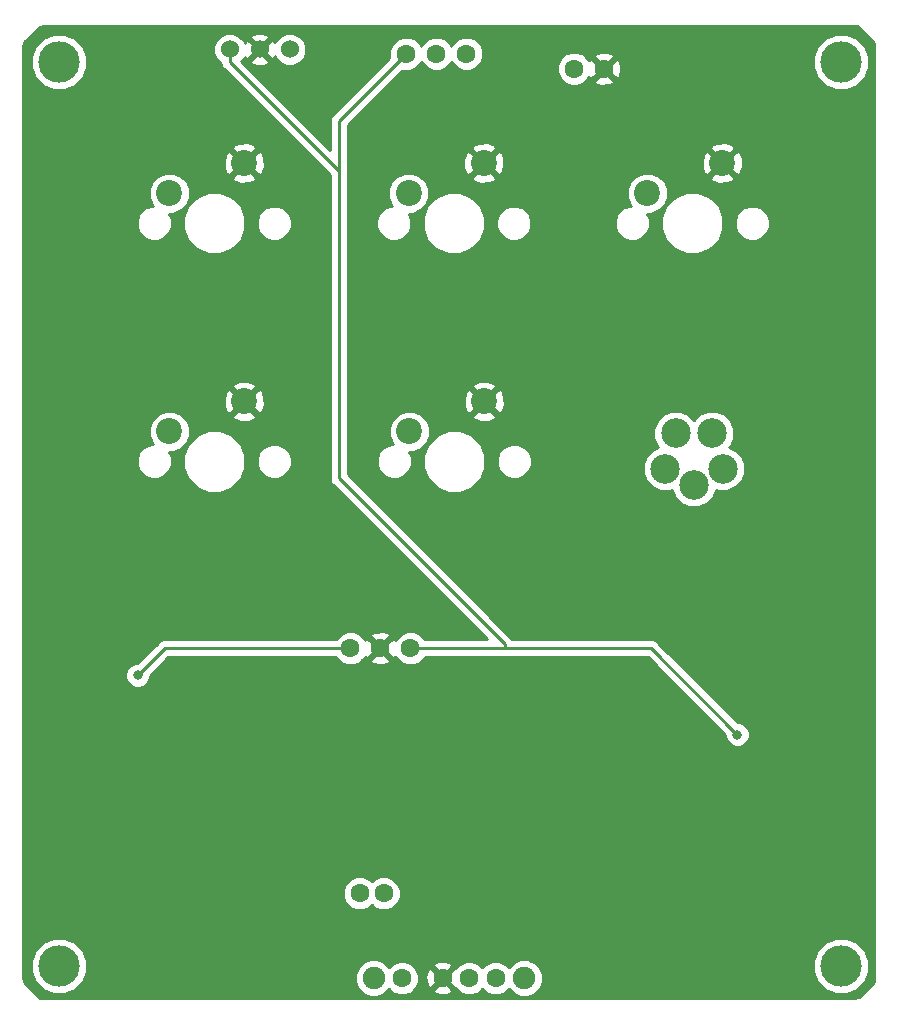
<source format=gbr>
G04 #@! TF.GenerationSoftware,KiCad,Pcbnew,5.0.2+dfsg1-1~bpo9+1*
G04 #@! TF.CreationDate,2019-11-16T16:08:00+00:00*
G04 #@! TF.ProjectId,remote_cherry,72656d6f-7465-45f6-9368-657272792e6b,rev?*
G04 #@! TF.SameCoordinates,Original*
G04 #@! TF.FileFunction,Copper,L2,Bot*
G04 #@! TF.FilePolarity,Positive*
%FSLAX46Y46*%
G04 Gerber Fmt 4.6, Leading zero omitted, Abs format (unit mm)*
G04 Created by KiCad (PCBNEW 5.0.2+dfsg1-1~bpo9+1) date Sat 16 Nov 2019 16:08:00 GMT*
%MOMM*%
%LPD*%
G01*
G04 APERTURE LIST*
G04 #@! TA.AperFunction,ComponentPad*
%ADD10C,2.200000*%
G04 #@! TD*
G04 #@! TA.AperFunction,ComponentPad*
%ADD11C,1.600000*%
G04 #@! TD*
G04 #@! TA.AperFunction,ComponentPad*
%ADD12C,2.500000*%
G04 #@! TD*
G04 #@! TA.AperFunction,ComponentPad*
%ADD13C,1.524000*%
G04 #@! TD*
G04 #@! TA.AperFunction,ComponentPad*
%ADD14C,3.500000*%
G04 #@! TD*
G04 #@! TA.AperFunction,ComponentPad*
%ADD15C,1.900000*%
G04 #@! TD*
G04 #@! TA.AperFunction,ViaPad*
%ADD16C,0.800000*%
G04 #@! TD*
G04 #@! TA.AperFunction,Conductor*
%ADD17C,0.250000*%
G04 #@! TD*
G04 #@! TA.AperFunction,Conductor*
%ADD18C,0.254000*%
G04 #@! TD*
G04 APERTURE END LIST*
D10*
G04 #@! TO.P,SW1,1*
G04 #@! TO.N,Net-(D1-Pad1)*
X163106100Y-47485300D03*
G04 #@! TO.P,SW1,2*
G04 #@! TO.N,Net-(SW1-Pad2)*
X156756100Y-50025300D03*
G04 #@! TD*
G04 #@! TO.P,SW2,1*
G04 #@! TO.N,Net-(D1-Pad1)*
X142925800Y-47485300D03*
G04 #@! TO.P,SW2,2*
G04 #@! TO.N,Net-(SW2-Pad2)*
X136575800Y-50025300D03*
G04 #@! TD*
G04 #@! TO.P,SW3,2*
G04 #@! TO.N,Net-(SW3-Pad2)*
X116281200Y-50025300D03*
G04 #@! TO.P,SW3,1*
G04 #@! TO.N,Net-(D1-Pad1)*
X122631200Y-47485300D03*
G04 #@! TD*
G04 #@! TO.P,SW4,1*
G04 #@! TO.N,Net-(D1-Pad1)*
X142951200Y-67665600D03*
G04 #@! TO.P,SW4,2*
G04 #@! TO.N,Net-(SW4-Pad2)*
X136601200Y-70205600D03*
G04 #@! TD*
G04 #@! TO.P,SW5,1*
G04 #@! TO.N,Net-(D1-Pad1)*
X122631200Y-67665600D03*
G04 #@! TO.P,SW5,2*
G04 #@! TO.N,Net-(SW5-Pad2)*
X116281200Y-70205600D03*
G04 #@! TD*
D11*
G04 #@! TO.P,D1,2*
G04 #@! TO.N,Net-(D1-Pad2)*
X150563580Y-39497000D03*
G04 #@! TO.P,D1,1*
G04 #@! TO.N,Net-(D1-Pad1)*
X153098500Y-39497000D03*
G04 #@! TD*
G04 #@! TO.P,Q1,1*
G04 #@! TO.N,Net-(Q1-Pad1)*
X138887200Y-38239700D03*
G04 #@! TO.P,Q1,2*
G04 #@! TO.N,Net-(Q1-Pad2)*
X141427200Y-38239700D03*
G04 #@! TO.P,Q1,3*
G04 #@! TO.N,Net-(Q1-Pad3)*
X136347200Y-38239700D03*
G04 #@! TD*
D12*
G04 #@! TO.P,U3,5*
G04 #@! TO.N,Net-(U1-Pad25)*
X159166560Y-70360540D03*
G04 #@! TO.P,U3,1*
G04 #@! TO.N,Net-(U1-Pad29)*
X162239960Y-70360540D03*
G04 #@! TO.P,U3,4*
G04 #@! TO.N,Net-(U1-Pad26)*
X158252160Y-73357740D03*
G04 #@! TO.P,U3,2*
G04 #@! TO.N,Net-(U1-Pad28)*
X163159440Y-73357740D03*
G04 #@! TO.P,U3,3*
G04 #@! TO.N,Net-(U1-Pad27)*
X160705800Y-74759820D03*
G04 #@! TD*
D11*
G04 #@! TO.P,U4,1*
G04 #@! TO.N,Net-(U2-Pad3)*
X131610100Y-88569800D03*
G04 #@! TO.P,U4,2*
G04 #@! TO.N,Net-(D1-Pad1)*
X134150100Y-88569800D03*
G04 #@! TO.P,U4,3*
G04 #@! TO.N,Net-(Q1-Pad3)*
X136690100Y-88569800D03*
G04 #@! TD*
G04 #@! TO.P,U5,1*
G04 #@! TO.N,Net-(U2-Pad5)*
X134454900Y-109308900D03*
G04 #@! TO.P,U5,2*
G04 #@! TO.N,Net-(U2-Pad4)*
X132422900Y-109308900D03*
G04 #@! TD*
D13*
G04 #@! TO.P,U6,3*
G04 #@! TO.N,Net-(U1-Pad23)*
X126492000Y-37871400D03*
G04 #@! TO.P,U6,2*
G04 #@! TO.N,Net-(D1-Pad1)*
X123952000Y-37871400D03*
G04 #@! TO.P,U6,1*
G04 #@! TO.N,Net-(Q1-Pad3)*
X121412000Y-37871400D03*
G04 #@! TD*
D14*
G04 #@! TO.P,U7,1*
G04 #@! TO.N,Net-(U7-Pad1)*
X173189900Y-38912800D03*
G04 #@! TD*
G04 #@! TO.P,U8,1*
G04 #@! TO.N,Net-(U8-Pad1)*
X106946700Y-38912800D03*
G04 #@! TD*
G04 #@! TO.P,U9,1*
G04 #@! TO.N,Net-(U9-Pad1)*
X173189900Y-115481100D03*
G04 #@! TD*
G04 #@! TO.P,U10,1*
G04 #@! TO.N,Net-(U10-Pad1)*
X106946700Y-115481100D03*
G04 #@! TD*
D11*
G04 #@! TO.P,SW6,3*
G04 #@! TO.N,Net-(D1-Pad1)*
X139428220Y-116497100D03*
G04 #@! TO.P,SW6,4*
G04 #@! TO.N,Net-(SW6-Pad4)*
X136004300Y-116497100D03*
G04 #@! TO.P,SW6,2*
G04 #@! TO.N,Net-(SW6-Pad2)*
X141678660Y-116497100D03*
G04 #@! TO.P,SW6,1*
G04 #@! TO.N,Net-(SW6-Pad1)*
X143929100Y-116497100D03*
D15*
G04 #@! TO.P,SW6,5*
G04 #@! TO.N,N/C*
X146337020Y-116497100D03*
G04 #@! TO.P,SW6,6*
X133596380Y-116497100D03*
G04 #@! TD*
D16*
G04 #@! TO.N,Net-(Q1-Pad3)*
X164401500Y-95872300D03*
G04 #@! TO.N,Net-(D1-Pad1)*
X153873200Y-93078300D03*
G04 #@! TO.N,Net-(U2-Pad3)*
X113614200Y-90855800D03*
G04 #@! TD*
D17*
G04 #@! TO.N,Net-(Q1-Pad3)*
X157099000Y-88569800D02*
X164401500Y-95872300D01*
X144691100Y-88569800D02*
X144691100Y-88214200D01*
X136690100Y-88569800D02*
X144691100Y-88569800D01*
X144691100Y-88569800D02*
X157099000Y-88569800D01*
X144691100Y-88214200D02*
X130644900Y-74168000D01*
X130644900Y-43942000D02*
X136347200Y-38239700D01*
X121412000Y-38949030D02*
X130644900Y-48181930D01*
X121412000Y-37871400D02*
X121412000Y-38949030D01*
X130644900Y-48181930D02*
X130644900Y-48475900D01*
X130644900Y-74168000D02*
X130644900Y-48475900D01*
X130644900Y-48475900D02*
X130644900Y-43942000D01*
G04 #@! TO.N,Net-(D1-Pad1)*
X140228219Y-94647919D02*
X134150100Y-88569800D01*
X140228219Y-115697101D02*
X140228219Y-94647919D01*
X139428220Y-116497100D02*
X140228219Y-115697101D01*
X140228219Y-94647919D02*
X140228219Y-96857719D01*
X140228219Y-96857719D02*
X144934738Y-92151200D01*
X144934738Y-92151200D02*
X152946100Y-92151200D01*
X152946100Y-92151200D02*
X153873200Y-93078300D01*
G04 #@! TO.N,Net-(U2-Pad3)*
X115900200Y-88569800D02*
X113614200Y-90855800D01*
X131610100Y-88569800D02*
X115900200Y-88569800D01*
G04 #@! TD*
D18*
G04 #@! TO.N,Net-(D1-Pad1)*
G36*
X174562099Y-35920658D02*
X175931562Y-37346845D01*
X175982193Y-37612262D01*
X175985106Y-37704961D01*
X175997793Y-116312785D01*
X175935904Y-116802696D01*
X174687694Y-118100834D01*
X174249139Y-118184493D01*
X174156636Y-118187400D01*
X105772167Y-118187400D01*
X105369726Y-118136560D01*
X103978096Y-116845998D01*
X103900407Y-116438739D01*
X103897500Y-116346236D01*
X103897500Y-115006694D01*
X104561700Y-115006694D01*
X104561700Y-115955506D01*
X104924795Y-116832094D01*
X105595706Y-117503005D01*
X106472294Y-117866100D01*
X107421106Y-117866100D01*
X108297694Y-117503005D01*
X108968605Y-116832094D01*
X109237955Y-116181824D01*
X132011380Y-116181824D01*
X132011380Y-116812376D01*
X132252682Y-117394930D01*
X132698550Y-117840798D01*
X133281104Y-118082100D01*
X133911656Y-118082100D01*
X134494210Y-117840798D01*
X134906406Y-117428602D01*
X135191438Y-117713634D01*
X135718861Y-117932100D01*
X136289739Y-117932100D01*
X136817162Y-117713634D01*
X137025951Y-117504845D01*
X138600081Y-117504845D01*
X138674215Y-117750964D01*
X139211443Y-117944065D01*
X139781674Y-117916878D01*
X140182225Y-117750964D01*
X140256359Y-117504845D01*
X139428220Y-116676705D01*
X138600081Y-117504845D01*
X137025951Y-117504845D01*
X137220834Y-117309962D01*
X137439300Y-116782539D01*
X137439300Y-116280323D01*
X137981255Y-116280323D01*
X138008442Y-116850554D01*
X138174356Y-117251105D01*
X138420475Y-117325239D01*
X139248615Y-116497100D01*
X139607825Y-116497100D01*
X140435965Y-117325239D01*
X140467811Y-117315647D01*
X140865798Y-117713634D01*
X141393221Y-117932100D01*
X141964099Y-117932100D01*
X142491522Y-117713634D01*
X142803880Y-117401276D01*
X143116238Y-117713634D01*
X143643661Y-117932100D01*
X144214539Y-117932100D01*
X144741962Y-117713634D01*
X145026994Y-117428602D01*
X145439190Y-117840798D01*
X146021744Y-118082100D01*
X146652296Y-118082100D01*
X147234850Y-117840798D01*
X147680718Y-117394930D01*
X147922020Y-116812376D01*
X147922020Y-116181824D01*
X147680718Y-115599270D01*
X147234850Y-115153402D01*
X146880666Y-115006694D01*
X170804900Y-115006694D01*
X170804900Y-115955506D01*
X171167995Y-116832094D01*
X171838906Y-117503005D01*
X172715494Y-117866100D01*
X173664306Y-117866100D01*
X174540894Y-117503005D01*
X175211805Y-116832094D01*
X175574900Y-115955506D01*
X175574900Y-115006694D01*
X175211805Y-114130106D01*
X174540894Y-113459195D01*
X173664306Y-113096100D01*
X172715494Y-113096100D01*
X171838906Y-113459195D01*
X171167995Y-114130106D01*
X170804900Y-115006694D01*
X146880666Y-115006694D01*
X146652296Y-114912100D01*
X146021744Y-114912100D01*
X145439190Y-115153402D01*
X145026994Y-115565598D01*
X144741962Y-115280566D01*
X144214539Y-115062100D01*
X143643661Y-115062100D01*
X143116238Y-115280566D01*
X142803880Y-115592924D01*
X142491522Y-115280566D01*
X141964099Y-115062100D01*
X141393221Y-115062100D01*
X140865798Y-115280566D01*
X140467811Y-115678553D01*
X140435965Y-115668961D01*
X139607825Y-116497100D01*
X139248615Y-116497100D01*
X138420475Y-115668961D01*
X138174356Y-115743095D01*
X137981255Y-116280323D01*
X137439300Y-116280323D01*
X137439300Y-116211661D01*
X137220834Y-115684238D01*
X137025951Y-115489355D01*
X138600081Y-115489355D01*
X139428220Y-116317495D01*
X140256359Y-115489355D01*
X140182225Y-115243236D01*
X139644997Y-115050135D01*
X139074766Y-115077322D01*
X138674215Y-115243236D01*
X138600081Y-115489355D01*
X137025951Y-115489355D01*
X136817162Y-115280566D01*
X136289739Y-115062100D01*
X135718861Y-115062100D01*
X135191438Y-115280566D01*
X134906406Y-115565598D01*
X134494210Y-115153402D01*
X133911656Y-114912100D01*
X133281104Y-114912100D01*
X132698550Y-115153402D01*
X132252682Y-115599270D01*
X132011380Y-116181824D01*
X109237955Y-116181824D01*
X109331700Y-115955506D01*
X109331700Y-115006694D01*
X108968605Y-114130106D01*
X108297694Y-113459195D01*
X107421106Y-113096100D01*
X106472294Y-113096100D01*
X105595706Y-113459195D01*
X104924795Y-114130106D01*
X104561700Y-115006694D01*
X103897500Y-115006694D01*
X103897500Y-109023461D01*
X130987900Y-109023461D01*
X130987900Y-109594339D01*
X131206366Y-110121762D01*
X131610038Y-110525434D01*
X132137461Y-110743900D01*
X132708339Y-110743900D01*
X133235762Y-110525434D01*
X133438900Y-110322296D01*
X133642038Y-110525434D01*
X134169461Y-110743900D01*
X134740339Y-110743900D01*
X135267762Y-110525434D01*
X135671434Y-110121762D01*
X135889900Y-109594339D01*
X135889900Y-109023461D01*
X135671434Y-108496038D01*
X135267762Y-108092366D01*
X134740339Y-107873900D01*
X134169461Y-107873900D01*
X133642038Y-108092366D01*
X133438900Y-108295504D01*
X133235762Y-108092366D01*
X132708339Y-107873900D01*
X132137461Y-107873900D01*
X131610038Y-108092366D01*
X131206366Y-108496038D01*
X130987900Y-109023461D01*
X103897500Y-109023461D01*
X103897500Y-90649926D01*
X112579200Y-90649926D01*
X112579200Y-91061674D01*
X112736769Y-91442080D01*
X113027920Y-91733231D01*
X113408326Y-91890800D01*
X113820074Y-91890800D01*
X114200480Y-91733231D01*
X114491631Y-91442080D01*
X114649200Y-91061674D01*
X114649200Y-90895601D01*
X116215002Y-89329800D01*
X130371670Y-89329800D01*
X130393566Y-89382662D01*
X130797238Y-89786334D01*
X131324661Y-90004800D01*
X131895539Y-90004800D01*
X132422962Y-89786334D01*
X132631751Y-89577545D01*
X133321961Y-89577545D01*
X133396095Y-89823664D01*
X133933323Y-90016765D01*
X134503554Y-89989578D01*
X134904105Y-89823664D01*
X134978239Y-89577545D01*
X134150100Y-88749405D01*
X133321961Y-89577545D01*
X132631751Y-89577545D01*
X132826634Y-89382662D01*
X132873625Y-89269217D01*
X132896236Y-89323805D01*
X133142355Y-89397939D01*
X133970495Y-88569800D01*
X133142355Y-87741661D01*
X132896236Y-87815795D01*
X132875226Y-87874248D01*
X132826634Y-87756938D01*
X132631751Y-87562055D01*
X133321961Y-87562055D01*
X134150100Y-88390195D01*
X134978239Y-87562055D01*
X134904105Y-87315936D01*
X134366877Y-87122835D01*
X133796646Y-87150022D01*
X133396095Y-87315936D01*
X133321961Y-87562055D01*
X132631751Y-87562055D01*
X132422962Y-87353266D01*
X131895539Y-87134800D01*
X131324661Y-87134800D01*
X130797238Y-87353266D01*
X130393566Y-87756938D01*
X130371670Y-87809800D01*
X115975046Y-87809800D01*
X115900199Y-87794912D01*
X115825352Y-87809800D01*
X115825348Y-87809800D01*
X115603663Y-87853896D01*
X115352271Y-88021871D01*
X115309871Y-88085327D01*
X113574399Y-89820800D01*
X113408326Y-89820800D01*
X113027920Y-89978369D01*
X112736769Y-90269520D01*
X112579200Y-90649926D01*
X103897500Y-90649926D01*
X103897500Y-72450215D01*
X113526200Y-72450215D01*
X113526200Y-73040985D01*
X113752278Y-73586785D01*
X114170015Y-74004522D01*
X114715815Y-74230600D01*
X115306585Y-74230600D01*
X115852385Y-74004522D01*
X116270122Y-73586785D01*
X116496200Y-73040985D01*
X116496200Y-72450215D01*
X116401449Y-72221466D01*
X117456200Y-72221466D01*
X117456200Y-73269734D01*
X117857355Y-74238208D01*
X118598592Y-74979445D01*
X119567066Y-75380600D01*
X120615334Y-75380600D01*
X121583808Y-74979445D01*
X122325045Y-74238208D01*
X122726200Y-73269734D01*
X122726200Y-72450215D01*
X123686200Y-72450215D01*
X123686200Y-73040985D01*
X123912278Y-73586785D01*
X124330015Y-74004522D01*
X124875815Y-74230600D01*
X125466585Y-74230600D01*
X126012385Y-74004522D01*
X126430122Y-73586785D01*
X126656200Y-73040985D01*
X126656200Y-72450215D01*
X126430122Y-71904415D01*
X126012385Y-71486678D01*
X125466585Y-71260600D01*
X124875815Y-71260600D01*
X124330015Y-71486678D01*
X123912278Y-71904415D01*
X123686200Y-72450215D01*
X122726200Y-72450215D01*
X122726200Y-72221466D01*
X122325045Y-71252992D01*
X121583808Y-70511755D01*
X120615334Y-70110600D01*
X119567066Y-70110600D01*
X118598592Y-70511755D01*
X117857355Y-71252992D01*
X117456200Y-72221466D01*
X116401449Y-72221466D01*
X116285110Y-71940600D01*
X116626313Y-71940600D01*
X117263999Y-71676462D01*
X117752062Y-71188399D01*
X118016200Y-70550713D01*
X118016200Y-69860487D01*
X117752062Y-69222801D01*
X117419729Y-68890468D01*
X121585937Y-68890468D01*
X121696841Y-69167699D01*
X122342793Y-69410923D01*
X123032653Y-69388436D01*
X123565559Y-69167699D01*
X123676463Y-68890468D01*
X122631200Y-67845205D01*
X121585937Y-68890468D01*
X117419729Y-68890468D01*
X117263999Y-68734738D01*
X116626313Y-68470600D01*
X115936087Y-68470600D01*
X115298401Y-68734738D01*
X114810338Y-69222801D01*
X114546200Y-69860487D01*
X114546200Y-70550713D01*
X114810338Y-71188399D01*
X114882539Y-71260600D01*
X114715815Y-71260600D01*
X114170015Y-71486678D01*
X113752278Y-71904415D01*
X113526200Y-72450215D01*
X103897500Y-72450215D01*
X103897500Y-67377193D01*
X120885877Y-67377193D01*
X120908364Y-68067053D01*
X121129101Y-68599959D01*
X121406332Y-68710863D01*
X122451595Y-67665600D01*
X122810805Y-67665600D01*
X123856068Y-68710863D01*
X124133299Y-68599959D01*
X124376523Y-67954007D01*
X124354036Y-67264147D01*
X124133299Y-66731241D01*
X123856068Y-66620337D01*
X122810805Y-67665600D01*
X122451595Y-67665600D01*
X121406332Y-66620337D01*
X121129101Y-66731241D01*
X120885877Y-67377193D01*
X103897500Y-67377193D01*
X103897500Y-66440732D01*
X121585937Y-66440732D01*
X122631200Y-67485995D01*
X123676463Y-66440732D01*
X123565559Y-66163501D01*
X122919607Y-65920277D01*
X122229747Y-65942764D01*
X121696841Y-66163501D01*
X121585937Y-66440732D01*
X103897500Y-66440732D01*
X103897500Y-52269915D01*
X113526200Y-52269915D01*
X113526200Y-52860685D01*
X113752278Y-53406485D01*
X114170015Y-53824222D01*
X114715815Y-54050300D01*
X115306585Y-54050300D01*
X115852385Y-53824222D01*
X116270122Y-53406485D01*
X116496200Y-52860685D01*
X116496200Y-52269915D01*
X116401449Y-52041166D01*
X117456200Y-52041166D01*
X117456200Y-53089434D01*
X117857355Y-54057908D01*
X118598592Y-54799145D01*
X119567066Y-55200300D01*
X120615334Y-55200300D01*
X121583808Y-54799145D01*
X122325045Y-54057908D01*
X122726200Y-53089434D01*
X122726200Y-52269915D01*
X123686200Y-52269915D01*
X123686200Y-52860685D01*
X123912278Y-53406485D01*
X124330015Y-53824222D01*
X124875815Y-54050300D01*
X125466585Y-54050300D01*
X126012385Y-53824222D01*
X126430122Y-53406485D01*
X126656200Y-52860685D01*
X126656200Y-52269915D01*
X126430122Y-51724115D01*
X126012385Y-51306378D01*
X125466585Y-51080300D01*
X124875815Y-51080300D01*
X124330015Y-51306378D01*
X123912278Y-51724115D01*
X123686200Y-52269915D01*
X122726200Y-52269915D01*
X122726200Y-52041166D01*
X122325045Y-51072692D01*
X121583808Y-50331455D01*
X120615334Y-49930300D01*
X119567066Y-49930300D01*
X118598592Y-50331455D01*
X117857355Y-51072692D01*
X117456200Y-52041166D01*
X116401449Y-52041166D01*
X116285110Y-51760300D01*
X116626313Y-51760300D01*
X117263999Y-51496162D01*
X117752062Y-51008099D01*
X118016200Y-50370413D01*
X118016200Y-49680187D01*
X117752062Y-49042501D01*
X117419729Y-48710168D01*
X121585937Y-48710168D01*
X121696841Y-48987399D01*
X122342793Y-49230623D01*
X123032653Y-49208136D01*
X123565559Y-48987399D01*
X123676463Y-48710168D01*
X122631200Y-47664905D01*
X121585937Y-48710168D01*
X117419729Y-48710168D01*
X117263999Y-48554438D01*
X116626313Y-48290300D01*
X115936087Y-48290300D01*
X115298401Y-48554438D01*
X114810338Y-49042501D01*
X114546200Y-49680187D01*
X114546200Y-50370413D01*
X114810338Y-51008099D01*
X114882539Y-51080300D01*
X114715815Y-51080300D01*
X114170015Y-51306378D01*
X113752278Y-51724115D01*
X113526200Y-52269915D01*
X103897500Y-52269915D01*
X103897500Y-47196893D01*
X120885877Y-47196893D01*
X120908364Y-47886753D01*
X121129101Y-48419659D01*
X121406332Y-48530563D01*
X122451595Y-47485300D01*
X122810805Y-47485300D01*
X123856068Y-48530563D01*
X124133299Y-48419659D01*
X124376523Y-47773707D01*
X124354036Y-47083847D01*
X124133299Y-46550941D01*
X123856068Y-46440037D01*
X122810805Y-47485300D01*
X122451595Y-47485300D01*
X121406332Y-46440037D01*
X121129101Y-46550941D01*
X120885877Y-47196893D01*
X103897500Y-47196893D01*
X103897500Y-46260432D01*
X121585937Y-46260432D01*
X122631200Y-47305695D01*
X123676463Y-46260432D01*
X123565559Y-45983201D01*
X122919607Y-45739977D01*
X122229747Y-45762464D01*
X121696841Y-45983201D01*
X121585937Y-46260432D01*
X103897500Y-46260432D01*
X103897500Y-38438394D01*
X104561700Y-38438394D01*
X104561700Y-39387206D01*
X104924795Y-40263794D01*
X105595706Y-40934705D01*
X106472294Y-41297800D01*
X107421106Y-41297800D01*
X108297694Y-40934705D01*
X108968605Y-40263794D01*
X109331700Y-39387206D01*
X109331700Y-38438394D01*
X108981741Y-37593519D01*
X120015000Y-37593519D01*
X120015000Y-38149281D01*
X120227680Y-38662737D01*
X120620663Y-39055720D01*
X120661716Y-39072725D01*
X120696097Y-39245567D01*
X120864072Y-39496959D01*
X120927528Y-39539359D01*
X129884900Y-48496733D01*
X129884900Y-48550752D01*
X129884901Y-48550757D01*
X129884900Y-74093153D01*
X129870012Y-74168000D01*
X129884900Y-74242847D01*
X129884900Y-74242851D01*
X129928996Y-74464536D01*
X130096971Y-74715929D01*
X130160430Y-74758331D01*
X143211898Y-87809800D01*
X137928530Y-87809800D01*
X137906634Y-87756938D01*
X137502962Y-87353266D01*
X136975539Y-87134800D01*
X136404661Y-87134800D01*
X135877238Y-87353266D01*
X135473566Y-87756938D01*
X135426575Y-87870383D01*
X135403964Y-87815795D01*
X135157845Y-87741661D01*
X134329705Y-88569800D01*
X135157845Y-89397939D01*
X135403964Y-89323805D01*
X135424974Y-89265352D01*
X135473566Y-89382662D01*
X135877238Y-89786334D01*
X136404661Y-90004800D01*
X136975539Y-90004800D01*
X137502962Y-89786334D01*
X137906634Y-89382662D01*
X137928530Y-89329800D01*
X144616248Y-89329800D01*
X144691100Y-89344689D01*
X144765952Y-89329800D01*
X156784199Y-89329800D01*
X163366500Y-95912102D01*
X163366500Y-96078174D01*
X163524069Y-96458580D01*
X163815220Y-96749731D01*
X164195626Y-96907300D01*
X164607374Y-96907300D01*
X164987780Y-96749731D01*
X165278931Y-96458580D01*
X165436500Y-96078174D01*
X165436500Y-95666426D01*
X165278931Y-95286020D01*
X164987780Y-94994869D01*
X164607374Y-94837300D01*
X164441302Y-94837300D01*
X157689331Y-88085330D01*
X157646929Y-88021871D01*
X157395537Y-87853896D01*
X157173852Y-87809800D01*
X157173847Y-87809800D01*
X157099000Y-87794912D01*
X157024153Y-87809800D01*
X145334932Y-87809800D01*
X145239029Y-87666271D01*
X145175573Y-87623871D01*
X131404900Y-73853199D01*
X131404900Y-72450215D01*
X133846200Y-72450215D01*
X133846200Y-73040985D01*
X134072278Y-73586785D01*
X134490015Y-74004522D01*
X135035815Y-74230600D01*
X135626585Y-74230600D01*
X136172385Y-74004522D01*
X136590122Y-73586785D01*
X136816200Y-73040985D01*
X136816200Y-72450215D01*
X136721449Y-72221466D01*
X137776200Y-72221466D01*
X137776200Y-73269734D01*
X138177355Y-74238208D01*
X138918592Y-74979445D01*
X139887066Y-75380600D01*
X140935334Y-75380600D01*
X141903808Y-74979445D01*
X142645045Y-74238208D01*
X143046200Y-73269734D01*
X143046200Y-72450215D01*
X144006200Y-72450215D01*
X144006200Y-73040985D01*
X144232278Y-73586785D01*
X144650015Y-74004522D01*
X145195815Y-74230600D01*
X145786585Y-74230600D01*
X146332385Y-74004522D01*
X146750122Y-73586785D01*
X146976200Y-73040985D01*
X146976200Y-72982790D01*
X156367160Y-72982790D01*
X156367160Y-73732690D01*
X156654134Y-74425507D01*
X157184393Y-74955766D01*
X157877210Y-75242740D01*
X158627110Y-75242740D01*
X158830608Y-75158448D01*
X159107774Y-75827587D01*
X159638033Y-76357846D01*
X160330850Y-76644820D01*
X161080750Y-76644820D01*
X161773567Y-76357846D01*
X162303826Y-75827587D01*
X162580992Y-75158448D01*
X162784490Y-75242740D01*
X163534390Y-75242740D01*
X164227207Y-74955766D01*
X164757466Y-74425507D01*
X165044440Y-73732690D01*
X165044440Y-72982790D01*
X164757466Y-72289973D01*
X164227207Y-71759714D01*
X163717646Y-71548647D01*
X163837986Y-71428307D01*
X164124960Y-70735490D01*
X164124960Y-69985590D01*
X163837986Y-69292773D01*
X163307727Y-68762514D01*
X162614910Y-68475540D01*
X161865010Y-68475540D01*
X161172193Y-68762514D01*
X160703260Y-69231447D01*
X160234327Y-68762514D01*
X159541510Y-68475540D01*
X158791610Y-68475540D01*
X158098793Y-68762514D01*
X157568534Y-69292773D01*
X157281560Y-69985590D01*
X157281560Y-70735490D01*
X157568534Y-71428307D01*
X157690362Y-71550135D01*
X157184393Y-71759714D01*
X156654134Y-72289973D01*
X156367160Y-72982790D01*
X146976200Y-72982790D01*
X146976200Y-72450215D01*
X146750122Y-71904415D01*
X146332385Y-71486678D01*
X145786585Y-71260600D01*
X145195815Y-71260600D01*
X144650015Y-71486678D01*
X144232278Y-71904415D01*
X144006200Y-72450215D01*
X143046200Y-72450215D01*
X143046200Y-72221466D01*
X142645045Y-71252992D01*
X141903808Y-70511755D01*
X140935334Y-70110600D01*
X139887066Y-70110600D01*
X138918592Y-70511755D01*
X138177355Y-71252992D01*
X137776200Y-72221466D01*
X136721449Y-72221466D01*
X136605110Y-71940600D01*
X136946313Y-71940600D01*
X137583999Y-71676462D01*
X138072062Y-71188399D01*
X138336200Y-70550713D01*
X138336200Y-69860487D01*
X138072062Y-69222801D01*
X137739729Y-68890468D01*
X141905937Y-68890468D01*
X142016841Y-69167699D01*
X142662793Y-69410923D01*
X143352653Y-69388436D01*
X143885559Y-69167699D01*
X143996463Y-68890468D01*
X142951200Y-67845205D01*
X141905937Y-68890468D01*
X137739729Y-68890468D01*
X137583999Y-68734738D01*
X136946313Y-68470600D01*
X136256087Y-68470600D01*
X135618401Y-68734738D01*
X135130338Y-69222801D01*
X134866200Y-69860487D01*
X134866200Y-70550713D01*
X135130338Y-71188399D01*
X135202539Y-71260600D01*
X135035815Y-71260600D01*
X134490015Y-71486678D01*
X134072278Y-71904415D01*
X133846200Y-72450215D01*
X131404900Y-72450215D01*
X131404900Y-67377193D01*
X141205877Y-67377193D01*
X141228364Y-68067053D01*
X141449101Y-68599959D01*
X141726332Y-68710863D01*
X142771595Y-67665600D01*
X143130805Y-67665600D01*
X144176068Y-68710863D01*
X144453299Y-68599959D01*
X144696523Y-67954007D01*
X144674036Y-67264147D01*
X144453299Y-66731241D01*
X144176068Y-66620337D01*
X143130805Y-67665600D01*
X142771595Y-67665600D01*
X141726332Y-66620337D01*
X141449101Y-66731241D01*
X141205877Y-67377193D01*
X131404900Y-67377193D01*
X131404900Y-66440732D01*
X141905937Y-66440732D01*
X142951200Y-67485995D01*
X143996463Y-66440732D01*
X143885559Y-66163501D01*
X143239607Y-65920277D01*
X142549747Y-65942764D01*
X142016841Y-66163501D01*
X141905937Y-66440732D01*
X131404900Y-66440732D01*
X131404900Y-52269915D01*
X133820800Y-52269915D01*
X133820800Y-52860685D01*
X134046878Y-53406485D01*
X134464615Y-53824222D01*
X135010415Y-54050300D01*
X135601185Y-54050300D01*
X136146985Y-53824222D01*
X136564722Y-53406485D01*
X136790800Y-52860685D01*
X136790800Y-52269915D01*
X136696049Y-52041166D01*
X137750800Y-52041166D01*
X137750800Y-53089434D01*
X138151955Y-54057908D01*
X138893192Y-54799145D01*
X139861666Y-55200300D01*
X140909934Y-55200300D01*
X141878408Y-54799145D01*
X142619645Y-54057908D01*
X143020800Y-53089434D01*
X143020800Y-52269915D01*
X143980800Y-52269915D01*
X143980800Y-52860685D01*
X144206878Y-53406485D01*
X144624615Y-53824222D01*
X145170415Y-54050300D01*
X145761185Y-54050300D01*
X146306985Y-53824222D01*
X146724722Y-53406485D01*
X146950800Y-52860685D01*
X146950800Y-52269915D01*
X154001100Y-52269915D01*
X154001100Y-52860685D01*
X154227178Y-53406485D01*
X154644915Y-53824222D01*
X155190715Y-54050300D01*
X155781485Y-54050300D01*
X156327285Y-53824222D01*
X156745022Y-53406485D01*
X156971100Y-52860685D01*
X156971100Y-52269915D01*
X156876349Y-52041166D01*
X157931100Y-52041166D01*
X157931100Y-53089434D01*
X158332255Y-54057908D01*
X159073492Y-54799145D01*
X160041966Y-55200300D01*
X161090234Y-55200300D01*
X162058708Y-54799145D01*
X162799945Y-54057908D01*
X163201100Y-53089434D01*
X163201100Y-52269915D01*
X164161100Y-52269915D01*
X164161100Y-52860685D01*
X164387178Y-53406485D01*
X164804915Y-53824222D01*
X165350715Y-54050300D01*
X165941485Y-54050300D01*
X166487285Y-53824222D01*
X166905022Y-53406485D01*
X167131100Y-52860685D01*
X167131100Y-52269915D01*
X166905022Y-51724115D01*
X166487285Y-51306378D01*
X165941485Y-51080300D01*
X165350715Y-51080300D01*
X164804915Y-51306378D01*
X164387178Y-51724115D01*
X164161100Y-52269915D01*
X163201100Y-52269915D01*
X163201100Y-52041166D01*
X162799945Y-51072692D01*
X162058708Y-50331455D01*
X161090234Y-49930300D01*
X160041966Y-49930300D01*
X159073492Y-50331455D01*
X158332255Y-51072692D01*
X157931100Y-52041166D01*
X156876349Y-52041166D01*
X156760010Y-51760300D01*
X157101213Y-51760300D01*
X157738899Y-51496162D01*
X158226962Y-51008099D01*
X158491100Y-50370413D01*
X158491100Y-49680187D01*
X158226962Y-49042501D01*
X157894629Y-48710168D01*
X162060837Y-48710168D01*
X162171741Y-48987399D01*
X162817693Y-49230623D01*
X163507553Y-49208136D01*
X164040459Y-48987399D01*
X164151363Y-48710168D01*
X163106100Y-47664905D01*
X162060837Y-48710168D01*
X157894629Y-48710168D01*
X157738899Y-48554438D01*
X157101213Y-48290300D01*
X156410987Y-48290300D01*
X155773301Y-48554438D01*
X155285238Y-49042501D01*
X155021100Y-49680187D01*
X155021100Y-50370413D01*
X155285238Y-51008099D01*
X155357439Y-51080300D01*
X155190715Y-51080300D01*
X154644915Y-51306378D01*
X154227178Y-51724115D01*
X154001100Y-52269915D01*
X146950800Y-52269915D01*
X146724722Y-51724115D01*
X146306985Y-51306378D01*
X145761185Y-51080300D01*
X145170415Y-51080300D01*
X144624615Y-51306378D01*
X144206878Y-51724115D01*
X143980800Y-52269915D01*
X143020800Y-52269915D01*
X143020800Y-52041166D01*
X142619645Y-51072692D01*
X141878408Y-50331455D01*
X140909934Y-49930300D01*
X139861666Y-49930300D01*
X138893192Y-50331455D01*
X138151955Y-51072692D01*
X137750800Y-52041166D01*
X136696049Y-52041166D01*
X136579710Y-51760300D01*
X136920913Y-51760300D01*
X137558599Y-51496162D01*
X138046662Y-51008099D01*
X138310800Y-50370413D01*
X138310800Y-49680187D01*
X138046662Y-49042501D01*
X137714329Y-48710168D01*
X141880537Y-48710168D01*
X141991441Y-48987399D01*
X142637393Y-49230623D01*
X143327253Y-49208136D01*
X143860159Y-48987399D01*
X143971063Y-48710168D01*
X142925800Y-47664905D01*
X141880537Y-48710168D01*
X137714329Y-48710168D01*
X137558599Y-48554438D01*
X136920913Y-48290300D01*
X136230687Y-48290300D01*
X135593001Y-48554438D01*
X135104938Y-49042501D01*
X134840800Y-49680187D01*
X134840800Y-50370413D01*
X135104938Y-51008099D01*
X135177139Y-51080300D01*
X135010415Y-51080300D01*
X134464615Y-51306378D01*
X134046878Y-51724115D01*
X133820800Y-52269915D01*
X131404900Y-52269915D01*
X131404900Y-48256776D01*
X131419788Y-48181929D01*
X131404900Y-48107082D01*
X131404900Y-47196893D01*
X141180477Y-47196893D01*
X141202964Y-47886753D01*
X141423701Y-48419659D01*
X141700932Y-48530563D01*
X142746195Y-47485300D01*
X143105405Y-47485300D01*
X144150668Y-48530563D01*
X144427899Y-48419659D01*
X144671123Y-47773707D01*
X144652321Y-47196893D01*
X161360777Y-47196893D01*
X161383264Y-47886753D01*
X161604001Y-48419659D01*
X161881232Y-48530563D01*
X162926495Y-47485300D01*
X163285705Y-47485300D01*
X164330968Y-48530563D01*
X164608199Y-48419659D01*
X164851423Y-47773707D01*
X164828936Y-47083847D01*
X164608199Y-46550941D01*
X164330968Y-46440037D01*
X163285705Y-47485300D01*
X162926495Y-47485300D01*
X161881232Y-46440037D01*
X161604001Y-46550941D01*
X161360777Y-47196893D01*
X144652321Y-47196893D01*
X144648636Y-47083847D01*
X144427899Y-46550941D01*
X144150668Y-46440037D01*
X143105405Y-47485300D01*
X142746195Y-47485300D01*
X141700932Y-46440037D01*
X141423701Y-46550941D01*
X141180477Y-47196893D01*
X131404900Y-47196893D01*
X131404900Y-46260432D01*
X141880537Y-46260432D01*
X142925800Y-47305695D01*
X143971063Y-46260432D01*
X162060837Y-46260432D01*
X163106100Y-47305695D01*
X164151363Y-46260432D01*
X164040459Y-45983201D01*
X163394507Y-45739977D01*
X162704647Y-45762464D01*
X162171741Y-45983201D01*
X162060837Y-46260432D01*
X143971063Y-46260432D01*
X143860159Y-45983201D01*
X143214207Y-45739977D01*
X142524347Y-45762464D01*
X141991441Y-45983201D01*
X141880537Y-46260432D01*
X131404900Y-46260432D01*
X131404900Y-44256801D01*
X136008898Y-39652804D01*
X136061761Y-39674700D01*
X136632639Y-39674700D01*
X137160062Y-39456234D01*
X137563734Y-39052562D01*
X137617200Y-38923484D01*
X137670666Y-39052562D01*
X138074338Y-39456234D01*
X138601761Y-39674700D01*
X139172639Y-39674700D01*
X139700062Y-39456234D01*
X140103734Y-39052562D01*
X140157200Y-38923484D01*
X140210666Y-39052562D01*
X140614338Y-39456234D01*
X141141761Y-39674700D01*
X141712639Y-39674700D01*
X142240062Y-39456234D01*
X142484735Y-39211561D01*
X149128580Y-39211561D01*
X149128580Y-39782439D01*
X149347046Y-40309862D01*
X149750718Y-40713534D01*
X150278141Y-40932000D01*
X150849019Y-40932000D01*
X151376442Y-40713534D01*
X151585231Y-40504745D01*
X152270361Y-40504745D01*
X152344495Y-40750864D01*
X152881723Y-40943965D01*
X153451954Y-40916778D01*
X153852505Y-40750864D01*
X153926639Y-40504745D01*
X153098500Y-39676605D01*
X152270361Y-40504745D01*
X151585231Y-40504745D01*
X151780114Y-40309862D01*
X151824565Y-40202549D01*
X151844636Y-40251005D01*
X152090755Y-40325139D01*
X152918895Y-39497000D01*
X153278105Y-39497000D01*
X154106245Y-40325139D01*
X154352364Y-40251005D01*
X154545465Y-39713777D01*
X154518278Y-39143546D01*
X154352364Y-38742995D01*
X154106245Y-38668861D01*
X153278105Y-39497000D01*
X152918895Y-39497000D01*
X152090755Y-38668861D01*
X151844636Y-38742995D01*
X151825986Y-38794882D01*
X151780114Y-38684138D01*
X151585231Y-38489255D01*
X152270361Y-38489255D01*
X153098500Y-39317395D01*
X153926639Y-38489255D01*
X153911320Y-38438394D01*
X170804900Y-38438394D01*
X170804900Y-39387206D01*
X171167995Y-40263794D01*
X171838906Y-40934705D01*
X172715494Y-41297800D01*
X173664306Y-41297800D01*
X174540894Y-40934705D01*
X175211805Y-40263794D01*
X175574900Y-39387206D01*
X175574900Y-38438394D01*
X175211805Y-37561806D01*
X174540894Y-36890895D01*
X173664306Y-36527800D01*
X172715494Y-36527800D01*
X171838906Y-36890895D01*
X171167995Y-37561806D01*
X170804900Y-38438394D01*
X153911320Y-38438394D01*
X153852505Y-38243136D01*
X153315277Y-38050035D01*
X152745046Y-38077222D01*
X152344495Y-38243136D01*
X152270361Y-38489255D01*
X151585231Y-38489255D01*
X151376442Y-38280466D01*
X150849019Y-38062000D01*
X150278141Y-38062000D01*
X149750718Y-38280466D01*
X149347046Y-38684138D01*
X149128580Y-39211561D01*
X142484735Y-39211561D01*
X142643734Y-39052562D01*
X142862200Y-38525139D01*
X142862200Y-37954261D01*
X142643734Y-37426838D01*
X142240062Y-37023166D01*
X141712639Y-36804700D01*
X141141761Y-36804700D01*
X140614338Y-37023166D01*
X140210666Y-37426838D01*
X140157200Y-37555916D01*
X140103734Y-37426838D01*
X139700062Y-37023166D01*
X139172639Y-36804700D01*
X138601761Y-36804700D01*
X138074338Y-37023166D01*
X137670666Y-37426838D01*
X137617200Y-37555916D01*
X137563734Y-37426838D01*
X137160062Y-37023166D01*
X136632639Y-36804700D01*
X136061761Y-36804700D01*
X135534338Y-37023166D01*
X135130666Y-37426838D01*
X134912200Y-37954261D01*
X134912200Y-38525139D01*
X134934096Y-38578002D01*
X130160428Y-43351671D01*
X130096972Y-43394071D01*
X130054572Y-43457527D01*
X130054571Y-43457528D01*
X129928997Y-43645463D01*
X129870012Y-43942000D01*
X129884901Y-44016852D01*
X129884900Y-46347128D01*
X122398414Y-38860643D01*
X122407444Y-38851613D01*
X123151392Y-38851613D01*
X123220857Y-39093797D01*
X123744302Y-39280544D01*
X124299368Y-39252762D01*
X124683143Y-39093797D01*
X124752608Y-38851613D01*
X123952000Y-38051005D01*
X123151392Y-38851613D01*
X122407444Y-38851613D01*
X122596320Y-38662737D01*
X122675428Y-38471753D01*
X122729603Y-38602543D01*
X122971787Y-38672008D01*
X123772395Y-37871400D01*
X124131605Y-37871400D01*
X124932213Y-38672008D01*
X125174397Y-38602543D01*
X125224535Y-38462007D01*
X125307680Y-38662737D01*
X125700663Y-39055720D01*
X126214119Y-39268400D01*
X126769881Y-39268400D01*
X127283337Y-39055720D01*
X127676320Y-38662737D01*
X127889000Y-38149281D01*
X127889000Y-37593519D01*
X127676320Y-37080063D01*
X127283337Y-36687080D01*
X126769881Y-36474400D01*
X126214119Y-36474400D01*
X125700663Y-36687080D01*
X125307680Y-37080063D01*
X125228572Y-37271047D01*
X125174397Y-37140257D01*
X124932213Y-37070792D01*
X124131605Y-37871400D01*
X123772395Y-37871400D01*
X122971787Y-37070792D01*
X122729603Y-37140257D01*
X122679465Y-37280793D01*
X122596320Y-37080063D01*
X122407444Y-36891187D01*
X123151392Y-36891187D01*
X123952000Y-37691795D01*
X124752608Y-36891187D01*
X124683143Y-36649003D01*
X124159698Y-36462256D01*
X123604632Y-36490038D01*
X123220857Y-36649003D01*
X123151392Y-36891187D01*
X122407444Y-36891187D01*
X122203337Y-36687080D01*
X121689881Y-36474400D01*
X121134119Y-36474400D01*
X120620663Y-36687080D01*
X120227680Y-37080063D01*
X120015000Y-37593519D01*
X108981741Y-37593519D01*
X108968605Y-37561806D01*
X108297694Y-36890895D01*
X107421106Y-36527800D01*
X106472294Y-36527800D01*
X105595706Y-36890895D01*
X104924795Y-37561806D01*
X104561700Y-38438394D01*
X103897500Y-38438394D01*
X103897500Y-37738266D01*
X103959002Y-37251428D01*
X105309558Y-35930717D01*
X105646162Y-35866507D01*
X105738664Y-35863600D01*
X174110434Y-35863600D01*
X174562099Y-35920658D01*
X174562099Y-35920658D01*
G37*
X174562099Y-35920658D02*
X175931562Y-37346845D01*
X175982193Y-37612262D01*
X175985106Y-37704961D01*
X175997793Y-116312785D01*
X175935904Y-116802696D01*
X174687694Y-118100834D01*
X174249139Y-118184493D01*
X174156636Y-118187400D01*
X105772167Y-118187400D01*
X105369726Y-118136560D01*
X103978096Y-116845998D01*
X103900407Y-116438739D01*
X103897500Y-116346236D01*
X103897500Y-115006694D01*
X104561700Y-115006694D01*
X104561700Y-115955506D01*
X104924795Y-116832094D01*
X105595706Y-117503005D01*
X106472294Y-117866100D01*
X107421106Y-117866100D01*
X108297694Y-117503005D01*
X108968605Y-116832094D01*
X109237955Y-116181824D01*
X132011380Y-116181824D01*
X132011380Y-116812376D01*
X132252682Y-117394930D01*
X132698550Y-117840798D01*
X133281104Y-118082100D01*
X133911656Y-118082100D01*
X134494210Y-117840798D01*
X134906406Y-117428602D01*
X135191438Y-117713634D01*
X135718861Y-117932100D01*
X136289739Y-117932100D01*
X136817162Y-117713634D01*
X137025951Y-117504845D01*
X138600081Y-117504845D01*
X138674215Y-117750964D01*
X139211443Y-117944065D01*
X139781674Y-117916878D01*
X140182225Y-117750964D01*
X140256359Y-117504845D01*
X139428220Y-116676705D01*
X138600081Y-117504845D01*
X137025951Y-117504845D01*
X137220834Y-117309962D01*
X137439300Y-116782539D01*
X137439300Y-116280323D01*
X137981255Y-116280323D01*
X138008442Y-116850554D01*
X138174356Y-117251105D01*
X138420475Y-117325239D01*
X139248615Y-116497100D01*
X139607825Y-116497100D01*
X140435965Y-117325239D01*
X140467811Y-117315647D01*
X140865798Y-117713634D01*
X141393221Y-117932100D01*
X141964099Y-117932100D01*
X142491522Y-117713634D01*
X142803880Y-117401276D01*
X143116238Y-117713634D01*
X143643661Y-117932100D01*
X144214539Y-117932100D01*
X144741962Y-117713634D01*
X145026994Y-117428602D01*
X145439190Y-117840798D01*
X146021744Y-118082100D01*
X146652296Y-118082100D01*
X147234850Y-117840798D01*
X147680718Y-117394930D01*
X147922020Y-116812376D01*
X147922020Y-116181824D01*
X147680718Y-115599270D01*
X147234850Y-115153402D01*
X146880666Y-115006694D01*
X170804900Y-115006694D01*
X170804900Y-115955506D01*
X171167995Y-116832094D01*
X171838906Y-117503005D01*
X172715494Y-117866100D01*
X173664306Y-117866100D01*
X174540894Y-117503005D01*
X175211805Y-116832094D01*
X175574900Y-115955506D01*
X175574900Y-115006694D01*
X175211805Y-114130106D01*
X174540894Y-113459195D01*
X173664306Y-113096100D01*
X172715494Y-113096100D01*
X171838906Y-113459195D01*
X171167995Y-114130106D01*
X170804900Y-115006694D01*
X146880666Y-115006694D01*
X146652296Y-114912100D01*
X146021744Y-114912100D01*
X145439190Y-115153402D01*
X145026994Y-115565598D01*
X144741962Y-115280566D01*
X144214539Y-115062100D01*
X143643661Y-115062100D01*
X143116238Y-115280566D01*
X142803880Y-115592924D01*
X142491522Y-115280566D01*
X141964099Y-115062100D01*
X141393221Y-115062100D01*
X140865798Y-115280566D01*
X140467811Y-115678553D01*
X140435965Y-115668961D01*
X139607825Y-116497100D01*
X139248615Y-116497100D01*
X138420475Y-115668961D01*
X138174356Y-115743095D01*
X137981255Y-116280323D01*
X137439300Y-116280323D01*
X137439300Y-116211661D01*
X137220834Y-115684238D01*
X137025951Y-115489355D01*
X138600081Y-115489355D01*
X139428220Y-116317495D01*
X140256359Y-115489355D01*
X140182225Y-115243236D01*
X139644997Y-115050135D01*
X139074766Y-115077322D01*
X138674215Y-115243236D01*
X138600081Y-115489355D01*
X137025951Y-115489355D01*
X136817162Y-115280566D01*
X136289739Y-115062100D01*
X135718861Y-115062100D01*
X135191438Y-115280566D01*
X134906406Y-115565598D01*
X134494210Y-115153402D01*
X133911656Y-114912100D01*
X133281104Y-114912100D01*
X132698550Y-115153402D01*
X132252682Y-115599270D01*
X132011380Y-116181824D01*
X109237955Y-116181824D01*
X109331700Y-115955506D01*
X109331700Y-115006694D01*
X108968605Y-114130106D01*
X108297694Y-113459195D01*
X107421106Y-113096100D01*
X106472294Y-113096100D01*
X105595706Y-113459195D01*
X104924795Y-114130106D01*
X104561700Y-115006694D01*
X103897500Y-115006694D01*
X103897500Y-109023461D01*
X130987900Y-109023461D01*
X130987900Y-109594339D01*
X131206366Y-110121762D01*
X131610038Y-110525434D01*
X132137461Y-110743900D01*
X132708339Y-110743900D01*
X133235762Y-110525434D01*
X133438900Y-110322296D01*
X133642038Y-110525434D01*
X134169461Y-110743900D01*
X134740339Y-110743900D01*
X135267762Y-110525434D01*
X135671434Y-110121762D01*
X135889900Y-109594339D01*
X135889900Y-109023461D01*
X135671434Y-108496038D01*
X135267762Y-108092366D01*
X134740339Y-107873900D01*
X134169461Y-107873900D01*
X133642038Y-108092366D01*
X133438900Y-108295504D01*
X133235762Y-108092366D01*
X132708339Y-107873900D01*
X132137461Y-107873900D01*
X131610038Y-108092366D01*
X131206366Y-108496038D01*
X130987900Y-109023461D01*
X103897500Y-109023461D01*
X103897500Y-90649926D01*
X112579200Y-90649926D01*
X112579200Y-91061674D01*
X112736769Y-91442080D01*
X113027920Y-91733231D01*
X113408326Y-91890800D01*
X113820074Y-91890800D01*
X114200480Y-91733231D01*
X114491631Y-91442080D01*
X114649200Y-91061674D01*
X114649200Y-90895601D01*
X116215002Y-89329800D01*
X130371670Y-89329800D01*
X130393566Y-89382662D01*
X130797238Y-89786334D01*
X131324661Y-90004800D01*
X131895539Y-90004800D01*
X132422962Y-89786334D01*
X132631751Y-89577545D01*
X133321961Y-89577545D01*
X133396095Y-89823664D01*
X133933323Y-90016765D01*
X134503554Y-89989578D01*
X134904105Y-89823664D01*
X134978239Y-89577545D01*
X134150100Y-88749405D01*
X133321961Y-89577545D01*
X132631751Y-89577545D01*
X132826634Y-89382662D01*
X132873625Y-89269217D01*
X132896236Y-89323805D01*
X133142355Y-89397939D01*
X133970495Y-88569800D01*
X133142355Y-87741661D01*
X132896236Y-87815795D01*
X132875226Y-87874248D01*
X132826634Y-87756938D01*
X132631751Y-87562055D01*
X133321961Y-87562055D01*
X134150100Y-88390195D01*
X134978239Y-87562055D01*
X134904105Y-87315936D01*
X134366877Y-87122835D01*
X133796646Y-87150022D01*
X133396095Y-87315936D01*
X133321961Y-87562055D01*
X132631751Y-87562055D01*
X132422962Y-87353266D01*
X131895539Y-87134800D01*
X131324661Y-87134800D01*
X130797238Y-87353266D01*
X130393566Y-87756938D01*
X130371670Y-87809800D01*
X115975046Y-87809800D01*
X115900199Y-87794912D01*
X115825352Y-87809800D01*
X115825348Y-87809800D01*
X115603663Y-87853896D01*
X115352271Y-88021871D01*
X115309871Y-88085327D01*
X113574399Y-89820800D01*
X113408326Y-89820800D01*
X113027920Y-89978369D01*
X112736769Y-90269520D01*
X112579200Y-90649926D01*
X103897500Y-90649926D01*
X103897500Y-72450215D01*
X113526200Y-72450215D01*
X113526200Y-73040985D01*
X113752278Y-73586785D01*
X114170015Y-74004522D01*
X114715815Y-74230600D01*
X115306585Y-74230600D01*
X115852385Y-74004522D01*
X116270122Y-73586785D01*
X116496200Y-73040985D01*
X116496200Y-72450215D01*
X116401449Y-72221466D01*
X117456200Y-72221466D01*
X117456200Y-73269734D01*
X117857355Y-74238208D01*
X118598592Y-74979445D01*
X119567066Y-75380600D01*
X120615334Y-75380600D01*
X121583808Y-74979445D01*
X122325045Y-74238208D01*
X122726200Y-73269734D01*
X122726200Y-72450215D01*
X123686200Y-72450215D01*
X123686200Y-73040985D01*
X123912278Y-73586785D01*
X124330015Y-74004522D01*
X124875815Y-74230600D01*
X125466585Y-74230600D01*
X126012385Y-74004522D01*
X126430122Y-73586785D01*
X126656200Y-73040985D01*
X126656200Y-72450215D01*
X126430122Y-71904415D01*
X126012385Y-71486678D01*
X125466585Y-71260600D01*
X124875815Y-71260600D01*
X124330015Y-71486678D01*
X123912278Y-71904415D01*
X123686200Y-72450215D01*
X122726200Y-72450215D01*
X122726200Y-72221466D01*
X122325045Y-71252992D01*
X121583808Y-70511755D01*
X120615334Y-70110600D01*
X119567066Y-70110600D01*
X118598592Y-70511755D01*
X117857355Y-71252992D01*
X117456200Y-72221466D01*
X116401449Y-72221466D01*
X116285110Y-71940600D01*
X116626313Y-71940600D01*
X117263999Y-71676462D01*
X117752062Y-71188399D01*
X118016200Y-70550713D01*
X118016200Y-69860487D01*
X117752062Y-69222801D01*
X117419729Y-68890468D01*
X121585937Y-68890468D01*
X121696841Y-69167699D01*
X122342793Y-69410923D01*
X123032653Y-69388436D01*
X123565559Y-69167699D01*
X123676463Y-68890468D01*
X122631200Y-67845205D01*
X121585937Y-68890468D01*
X117419729Y-68890468D01*
X117263999Y-68734738D01*
X116626313Y-68470600D01*
X115936087Y-68470600D01*
X115298401Y-68734738D01*
X114810338Y-69222801D01*
X114546200Y-69860487D01*
X114546200Y-70550713D01*
X114810338Y-71188399D01*
X114882539Y-71260600D01*
X114715815Y-71260600D01*
X114170015Y-71486678D01*
X113752278Y-71904415D01*
X113526200Y-72450215D01*
X103897500Y-72450215D01*
X103897500Y-67377193D01*
X120885877Y-67377193D01*
X120908364Y-68067053D01*
X121129101Y-68599959D01*
X121406332Y-68710863D01*
X122451595Y-67665600D01*
X122810805Y-67665600D01*
X123856068Y-68710863D01*
X124133299Y-68599959D01*
X124376523Y-67954007D01*
X124354036Y-67264147D01*
X124133299Y-66731241D01*
X123856068Y-66620337D01*
X122810805Y-67665600D01*
X122451595Y-67665600D01*
X121406332Y-66620337D01*
X121129101Y-66731241D01*
X120885877Y-67377193D01*
X103897500Y-67377193D01*
X103897500Y-66440732D01*
X121585937Y-66440732D01*
X122631200Y-67485995D01*
X123676463Y-66440732D01*
X123565559Y-66163501D01*
X122919607Y-65920277D01*
X122229747Y-65942764D01*
X121696841Y-66163501D01*
X121585937Y-66440732D01*
X103897500Y-66440732D01*
X103897500Y-52269915D01*
X113526200Y-52269915D01*
X113526200Y-52860685D01*
X113752278Y-53406485D01*
X114170015Y-53824222D01*
X114715815Y-54050300D01*
X115306585Y-54050300D01*
X115852385Y-53824222D01*
X116270122Y-53406485D01*
X116496200Y-52860685D01*
X116496200Y-52269915D01*
X116401449Y-52041166D01*
X117456200Y-52041166D01*
X117456200Y-53089434D01*
X117857355Y-54057908D01*
X118598592Y-54799145D01*
X119567066Y-55200300D01*
X120615334Y-55200300D01*
X121583808Y-54799145D01*
X122325045Y-54057908D01*
X122726200Y-53089434D01*
X122726200Y-52269915D01*
X123686200Y-52269915D01*
X123686200Y-52860685D01*
X123912278Y-53406485D01*
X124330015Y-53824222D01*
X124875815Y-54050300D01*
X125466585Y-54050300D01*
X126012385Y-53824222D01*
X126430122Y-53406485D01*
X126656200Y-52860685D01*
X126656200Y-52269915D01*
X126430122Y-51724115D01*
X126012385Y-51306378D01*
X125466585Y-51080300D01*
X124875815Y-51080300D01*
X124330015Y-51306378D01*
X123912278Y-51724115D01*
X123686200Y-52269915D01*
X122726200Y-52269915D01*
X122726200Y-52041166D01*
X122325045Y-51072692D01*
X121583808Y-50331455D01*
X120615334Y-49930300D01*
X119567066Y-49930300D01*
X118598592Y-50331455D01*
X117857355Y-51072692D01*
X117456200Y-52041166D01*
X116401449Y-52041166D01*
X116285110Y-51760300D01*
X116626313Y-51760300D01*
X117263999Y-51496162D01*
X117752062Y-51008099D01*
X118016200Y-50370413D01*
X118016200Y-49680187D01*
X117752062Y-49042501D01*
X117419729Y-48710168D01*
X121585937Y-48710168D01*
X121696841Y-48987399D01*
X122342793Y-49230623D01*
X123032653Y-49208136D01*
X123565559Y-48987399D01*
X123676463Y-48710168D01*
X122631200Y-47664905D01*
X121585937Y-48710168D01*
X117419729Y-48710168D01*
X117263999Y-48554438D01*
X116626313Y-48290300D01*
X115936087Y-48290300D01*
X115298401Y-48554438D01*
X114810338Y-49042501D01*
X114546200Y-49680187D01*
X114546200Y-50370413D01*
X114810338Y-51008099D01*
X114882539Y-51080300D01*
X114715815Y-51080300D01*
X114170015Y-51306378D01*
X113752278Y-51724115D01*
X113526200Y-52269915D01*
X103897500Y-52269915D01*
X103897500Y-47196893D01*
X120885877Y-47196893D01*
X120908364Y-47886753D01*
X121129101Y-48419659D01*
X121406332Y-48530563D01*
X122451595Y-47485300D01*
X122810805Y-47485300D01*
X123856068Y-48530563D01*
X124133299Y-48419659D01*
X124376523Y-47773707D01*
X124354036Y-47083847D01*
X124133299Y-46550941D01*
X123856068Y-46440037D01*
X122810805Y-47485300D01*
X122451595Y-47485300D01*
X121406332Y-46440037D01*
X121129101Y-46550941D01*
X120885877Y-47196893D01*
X103897500Y-47196893D01*
X103897500Y-46260432D01*
X121585937Y-46260432D01*
X122631200Y-47305695D01*
X123676463Y-46260432D01*
X123565559Y-45983201D01*
X122919607Y-45739977D01*
X122229747Y-45762464D01*
X121696841Y-45983201D01*
X121585937Y-46260432D01*
X103897500Y-46260432D01*
X103897500Y-38438394D01*
X104561700Y-38438394D01*
X104561700Y-39387206D01*
X104924795Y-40263794D01*
X105595706Y-40934705D01*
X106472294Y-41297800D01*
X107421106Y-41297800D01*
X108297694Y-40934705D01*
X108968605Y-40263794D01*
X109331700Y-39387206D01*
X109331700Y-38438394D01*
X108981741Y-37593519D01*
X120015000Y-37593519D01*
X120015000Y-38149281D01*
X120227680Y-38662737D01*
X120620663Y-39055720D01*
X120661716Y-39072725D01*
X120696097Y-39245567D01*
X120864072Y-39496959D01*
X120927528Y-39539359D01*
X129884900Y-48496733D01*
X129884900Y-48550752D01*
X129884901Y-48550757D01*
X129884900Y-74093153D01*
X129870012Y-74168000D01*
X129884900Y-74242847D01*
X129884900Y-74242851D01*
X129928996Y-74464536D01*
X130096971Y-74715929D01*
X130160430Y-74758331D01*
X143211898Y-87809800D01*
X137928530Y-87809800D01*
X137906634Y-87756938D01*
X137502962Y-87353266D01*
X136975539Y-87134800D01*
X136404661Y-87134800D01*
X135877238Y-87353266D01*
X135473566Y-87756938D01*
X135426575Y-87870383D01*
X135403964Y-87815795D01*
X135157845Y-87741661D01*
X134329705Y-88569800D01*
X135157845Y-89397939D01*
X135403964Y-89323805D01*
X135424974Y-89265352D01*
X135473566Y-89382662D01*
X135877238Y-89786334D01*
X136404661Y-90004800D01*
X136975539Y-90004800D01*
X137502962Y-89786334D01*
X137906634Y-89382662D01*
X137928530Y-89329800D01*
X144616248Y-89329800D01*
X144691100Y-89344689D01*
X144765952Y-89329800D01*
X156784199Y-89329800D01*
X163366500Y-95912102D01*
X163366500Y-96078174D01*
X163524069Y-96458580D01*
X163815220Y-96749731D01*
X164195626Y-96907300D01*
X164607374Y-96907300D01*
X164987780Y-96749731D01*
X165278931Y-96458580D01*
X165436500Y-96078174D01*
X165436500Y-95666426D01*
X165278931Y-95286020D01*
X164987780Y-94994869D01*
X164607374Y-94837300D01*
X164441302Y-94837300D01*
X157689331Y-88085330D01*
X157646929Y-88021871D01*
X157395537Y-87853896D01*
X157173852Y-87809800D01*
X157173847Y-87809800D01*
X157099000Y-87794912D01*
X157024153Y-87809800D01*
X145334932Y-87809800D01*
X145239029Y-87666271D01*
X145175573Y-87623871D01*
X131404900Y-73853199D01*
X131404900Y-72450215D01*
X133846200Y-72450215D01*
X133846200Y-73040985D01*
X134072278Y-73586785D01*
X134490015Y-74004522D01*
X135035815Y-74230600D01*
X135626585Y-74230600D01*
X136172385Y-74004522D01*
X136590122Y-73586785D01*
X136816200Y-73040985D01*
X136816200Y-72450215D01*
X136721449Y-72221466D01*
X137776200Y-72221466D01*
X137776200Y-73269734D01*
X138177355Y-74238208D01*
X138918592Y-74979445D01*
X139887066Y-75380600D01*
X140935334Y-75380600D01*
X141903808Y-74979445D01*
X142645045Y-74238208D01*
X143046200Y-73269734D01*
X143046200Y-72450215D01*
X144006200Y-72450215D01*
X144006200Y-73040985D01*
X144232278Y-73586785D01*
X144650015Y-74004522D01*
X145195815Y-74230600D01*
X145786585Y-74230600D01*
X146332385Y-74004522D01*
X146750122Y-73586785D01*
X146976200Y-73040985D01*
X146976200Y-72982790D01*
X156367160Y-72982790D01*
X156367160Y-73732690D01*
X156654134Y-74425507D01*
X157184393Y-74955766D01*
X157877210Y-75242740D01*
X158627110Y-75242740D01*
X158830608Y-75158448D01*
X159107774Y-75827587D01*
X159638033Y-76357846D01*
X160330850Y-76644820D01*
X161080750Y-76644820D01*
X161773567Y-76357846D01*
X162303826Y-75827587D01*
X162580992Y-75158448D01*
X162784490Y-75242740D01*
X163534390Y-75242740D01*
X164227207Y-74955766D01*
X164757466Y-74425507D01*
X165044440Y-73732690D01*
X165044440Y-72982790D01*
X164757466Y-72289973D01*
X164227207Y-71759714D01*
X163717646Y-71548647D01*
X163837986Y-71428307D01*
X164124960Y-70735490D01*
X164124960Y-69985590D01*
X163837986Y-69292773D01*
X163307727Y-68762514D01*
X162614910Y-68475540D01*
X161865010Y-68475540D01*
X161172193Y-68762514D01*
X160703260Y-69231447D01*
X160234327Y-68762514D01*
X159541510Y-68475540D01*
X158791610Y-68475540D01*
X158098793Y-68762514D01*
X157568534Y-69292773D01*
X157281560Y-69985590D01*
X157281560Y-70735490D01*
X157568534Y-71428307D01*
X157690362Y-71550135D01*
X157184393Y-71759714D01*
X156654134Y-72289973D01*
X156367160Y-72982790D01*
X146976200Y-72982790D01*
X146976200Y-72450215D01*
X146750122Y-71904415D01*
X146332385Y-71486678D01*
X145786585Y-71260600D01*
X145195815Y-71260600D01*
X144650015Y-71486678D01*
X144232278Y-71904415D01*
X144006200Y-72450215D01*
X143046200Y-72450215D01*
X143046200Y-72221466D01*
X142645045Y-71252992D01*
X141903808Y-70511755D01*
X140935334Y-70110600D01*
X139887066Y-70110600D01*
X138918592Y-70511755D01*
X138177355Y-71252992D01*
X137776200Y-72221466D01*
X136721449Y-72221466D01*
X136605110Y-71940600D01*
X136946313Y-71940600D01*
X137583999Y-71676462D01*
X138072062Y-71188399D01*
X138336200Y-70550713D01*
X138336200Y-69860487D01*
X138072062Y-69222801D01*
X137739729Y-68890468D01*
X141905937Y-68890468D01*
X142016841Y-69167699D01*
X142662793Y-69410923D01*
X143352653Y-69388436D01*
X143885559Y-69167699D01*
X143996463Y-68890468D01*
X142951200Y-67845205D01*
X141905937Y-68890468D01*
X137739729Y-68890468D01*
X137583999Y-68734738D01*
X136946313Y-68470600D01*
X136256087Y-68470600D01*
X135618401Y-68734738D01*
X135130338Y-69222801D01*
X134866200Y-69860487D01*
X134866200Y-70550713D01*
X135130338Y-71188399D01*
X135202539Y-71260600D01*
X135035815Y-71260600D01*
X134490015Y-71486678D01*
X134072278Y-71904415D01*
X133846200Y-72450215D01*
X131404900Y-72450215D01*
X131404900Y-67377193D01*
X141205877Y-67377193D01*
X141228364Y-68067053D01*
X141449101Y-68599959D01*
X141726332Y-68710863D01*
X142771595Y-67665600D01*
X143130805Y-67665600D01*
X144176068Y-68710863D01*
X144453299Y-68599959D01*
X144696523Y-67954007D01*
X144674036Y-67264147D01*
X144453299Y-66731241D01*
X144176068Y-66620337D01*
X143130805Y-67665600D01*
X142771595Y-67665600D01*
X141726332Y-66620337D01*
X141449101Y-66731241D01*
X141205877Y-67377193D01*
X131404900Y-67377193D01*
X131404900Y-66440732D01*
X141905937Y-66440732D01*
X142951200Y-67485995D01*
X143996463Y-66440732D01*
X143885559Y-66163501D01*
X143239607Y-65920277D01*
X142549747Y-65942764D01*
X142016841Y-66163501D01*
X141905937Y-66440732D01*
X131404900Y-66440732D01*
X131404900Y-52269915D01*
X133820800Y-52269915D01*
X133820800Y-52860685D01*
X134046878Y-53406485D01*
X134464615Y-53824222D01*
X135010415Y-54050300D01*
X135601185Y-54050300D01*
X136146985Y-53824222D01*
X136564722Y-53406485D01*
X136790800Y-52860685D01*
X136790800Y-52269915D01*
X136696049Y-52041166D01*
X137750800Y-52041166D01*
X137750800Y-53089434D01*
X138151955Y-54057908D01*
X138893192Y-54799145D01*
X139861666Y-55200300D01*
X140909934Y-55200300D01*
X141878408Y-54799145D01*
X142619645Y-54057908D01*
X143020800Y-53089434D01*
X143020800Y-52269915D01*
X143980800Y-52269915D01*
X143980800Y-52860685D01*
X144206878Y-53406485D01*
X144624615Y-53824222D01*
X145170415Y-54050300D01*
X145761185Y-54050300D01*
X146306985Y-53824222D01*
X146724722Y-53406485D01*
X146950800Y-52860685D01*
X146950800Y-52269915D01*
X154001100Y-52269915D01*
X154001100Y-52860685D01*
X154227178Y-53406485D01*
X154644915Y-53824222D01*
X155190715Y-54050300D01*
X155781485Y-54050300D01*
X156327285Y-53824222D01*
X156745022Y-53406485D01*
X156971100Y-52860685D01*
X156971100Y-52269915D01*
X156876349Y-52041166D01*
X157931100Y-52041166D01*
X157931100Y-53089434D01*
X158332255Y-54057908D01*
X159073492Y-54799145D01*
X160041966Y-55200300D01*
X161090234Y-55200300D01*
X162058708Y-54799145D01*
X162799945Y-54057908D01*
X163201100Y-53089434D01*
X163201100Y-52269915D01*
X164161100Y-52269915D01*
X164161100Y-52860685D01*
X164387178Y-53406485D01*
X164804915Y-53824222D01*
X165350715Y-54050300D01*
X165941485Y-54050300D01*
X166487285Y-53824222D01*
X166905022Y-53406485D01*
X167131100Y-52860685D01*
X167131100Y-52269915D01*
X166905022Y-51724115D01*
X166487285Y-51306378D01*
X165941485Y-51080300D01*
X165350715Y-51080300D01*
X164804915Y-51306378D01*
X164387178Y-51724115D01*
X164161100Y-52269915D01*
X163201100Y-52269915D01*
X163201100Y-52041166D01*
X162799945Y-51072692D01*
X162058708Y-50331455D01*
X161090234Y-49930300D01*
X160041966Y-49930300D01*
X159073492Y-50331455D01*
X158332255Y-51072692D01*
X157931100Y-52041166D01*
X156876349Y-52041166D01*
X156760010Y-51760300D01*
X157101213Y-51760300D01*
X157738899Y-51496162D01*
X158226962Y-51008099D01*
X158491100Y-50370413D01*
X158491100Y-49680187D01*
X158226962Y-49042501D01*
X157894629Y-48710168D01*
X162060837Y-48710168D01*
X162171741Y-48987399D01*
X162817693Y-49230623D01*
X163507553Y-49208136D01*
X164040459Y-48987399D01*
X164151363Y-48710168D01*
X163106100Y-47664905D01*
X162060837Y-48710168D01*
X157894629Y-48710168D01*
X157738899Y-48554438D01*
X157101213Y-48290300D01*
X156410987Y-48290300D01*
X155773301Y-48554438D01*
X155285238Y-49042501D01*
X155021100Y-49680187D01*
X155021100Y-50370413D01*
X155285238Y-51008099D01*
X155357439Y-51080300D01*
X155190715Y-51080300D01*
X154644915Y-51306378D01*
X154227178Y-51724115D01*
X154001100Y-52269915D01*
X146950800Y-52269915D01*
X146724722Y-51724115D01*
X146306985Y-51306378D01*
X145761185Y-51080300D01*
X145170415Y-51080300D01*
X144624615Y-51306378D01*
X144206878Y-51724115D01*
X143980800Y-52269915D01*
X143020800Y-52269915D01*
X143020800Y-52041166D01*
X142619645Y-51072692D01*
X141878408Y-50331455D01*
X140909934Y-49930300D01*
X139861666Y-49930300D01*
X138893192Y-50331455D01*
X138151955Y-51072692D01*
X137750800Y-52041166D01*
X136696049Y-52041166D01*
X136579710Y-51760300D01*
X136920913Y-51760300D01*
X137558599Y-51496162D01*
X138046662Y-51008099D01*
X138310800Y-50370413D01*
X138310800Y-49680187D01*
X138046662Y-49042501D01*
X137714329Y-48710168D01*
X141880537Y-48710168D01*
X141991441Y-48987399D01*
X142637393Y-49230623D01*
X143327253Y-49208136D01*
X143860159Y-48987399D01*
X143971063Y-48710168D01*
X142925800Y-47664905D01*
X141880537Y-48710168D01*
X137714329Y-48710168D01*
X137558599Y-48554438D01*
X136920913Y-48290300D01*
X136230687Y-48290300D01*
X135593001Y-48554438D01*
X135104938Y-49042501D01*
X134840800Y-49680187D01*
X134840800Y-50370413D01*
X135104938Y-51008099D01*
X135177139Y-51080300D01*
X135010415Y-51080300D01*
X134464615Y-51306378D01*
X134046878Y-51724115D01*
X133820800Y-52269915D01*
X131404900Y-52269915D01*
X131404900Y-48256776D01*
X131419788Y-48181929D01*
X131404900Y-48107082D01*
X131404900Y-47196893D01*
X141180477Y-47196893D01*
X141202964Y-47886753D01*
X141423701Y-48419659D01*
X141700932Y-48530563D01*
X142746195Y-47485300D01*
X143105405Y-47485300D01*
X144150668Y-48530563D01*
X144427899Y-48419659D01*
X144671123Y-47773707D01*
X144652321Y-47196893D01*
X161360777Y-47196893D01*
X161383264Y-47886753D01*
X161604001Y-48419659D01*
X161881232Y-48530563D01*
X162926495Y-47485300D01*
X163285705Y-47485300D01*
X164330968Y-48530563D01*
X164608199Y-48419659D01*
X164851423Y-47773707D01*
X164828936Y-47083847D01*
X164608199Y-46550941D01*
X164330968Y-46440037D01*
X163285705Y-47485300D01*
X162926495Y-47485300D01*
X161881232Y-46440037D01*
X161604001Y-46550941D01*
X161360777Y-47196893D01*
X144652321Y-47196893D01*
X144648636Y-47083847D01*
X144427899Y-46550941D01*
X144150668Y-46440037D01*
X143105405Y-47485300D01*
X142746195Y-47485300D01*
X141700932Y-46440037D01*
X141423701Y-46550941D01*
X141180477Y-47196893D01*
X131404900Y-47196893D01*
X131404900Y-46260432D01*
X141880537Y-46260432D01*
X142925800Y-47305695D01*
X143971063Y-46260432D01*
X162060837Y-46260432D01*
X163106100Y-47305695D01*
X164151363Y-46260432D01*
X164040459Y-45983201D01*
X163394507Y-45739977D01*
X162704647Y-45762464D01*
X162171741Y-45983201D01*
X162060837Y-46260432D01*
X143971063Y-46260432D01*
X143860159Y-45983201D01*
X143214207Y-45739977D01*
X142524347Y-45762464D01*
X141991441Y-45983201D01*
X141880537Y-46260432D01*
X131404900Y-46260432D01*
X131404900Y-44256801D01*
X136008898Y-39652804D01*
X136061761Y-39674700D01*
X136632639Y-39674700D01*
X137160062Y-39456234D01*
X137563734Y-39052562D01*
X137617200Y-38923484D01*
X137670666Y-39052562D01*
X138074338Y-39456234D01*
X138601761Y-39674700D01*
X139172639Y-39674700D01*
X139700062Y-39456234D01*
X140103734Y-39052562D01*
X140157200Y-38923484D01*
X140210666Y-39052562D01*
X140614338Y-39456234D01*
X141141761Y-39674700D01*
X141712639Y-39674700D01*
X142240062Y-39456234D01*
X142484735Y-39211561D01*
X149128580Y-39211561D01*
X149128580Y-39782439D01*
X149347046Y-40309862D01*
X149750718Y-40713534D01*
X150278141Y-40932000D01*
X150849019Y-40932000D01*
X151376442Y-40713534D01*
X151585231Y-40504745D01*
X152270361Y-40504745D01*
X152344495Y-40750864D01*
X152881723Y-40943965D01*
X153451954Y-40916778D01*
X153852505Y-40750864D01*
X153926639Y-40504745D01*
X153098500Y-39676605D01*
X152270361Y-40504745D01*
X151585231Y-40504745D01*
X151780114Y-40309862D01*
X151824565Y-40202549D01*
X151844636Y-40251005D01*
X152090755Y-40325139D01*
X152918895Y-39497000D01*
X153278105Y-39497000D01*
X154106245Y-40325139D01*
X154352364Y-40251005D01*
X154545465Y-39713777D01*
X154518278Y-39143546D01*
X154352364Y-38742995D01*
X154106245Y-38668861D01*
X153278105Y-39497000D01*
X152918895Y-39497000D01*
X152090755Y-38668861D01*
X151844636Y-38742995D01*
X151825986Y-38794882D01*
X151780114Y-38684138D01*
X151585231Y-38489255D01*
X152270361Y-38489255D01*
X153098500Y-39317395D01*
X153926639Y-38489255D01*
X153911320Y-38438394D01*
X170804900Y-38438394D01*
X170804900Y-39387206D01*
X171167995Y-40263794D01*
X171838906Y-40934705D01*
X172715494Y-41297800D01*
X173664306Y-41297800D01*
X174540894Y-40934705D01*
X175211805Y-40263794D01*
X175574900Y-39387206D01*
X175574900Y-38438394D01*
X175211805Y-37561806D01*
X174540894Y-36890895D01*
X173664306Y-36527800D01*
X172715494Y-36527800D01*
X171838906Y-36890895D01*
X171167995Y-37561806D01*
X170804900Y-38438394D01*
X153911320Y-38438394D01*
X153852505Y-38243136D01*
X153315277Y-38050035D01*
X152745046Y-38077222D01*
X152344495Y-38243136D01*
X152270361Y-38489255D01*
X151585231Y-38489255D01*
X151376442Y-38280466D01*
X150849019Y-38062000D01*
X150278141Y-38062000D01*
X149750718Y-38280466D01*
X149347046Y-38684138D01*
X149128580Y-39211561D01*
X142484735Y-39211561D01*
X142643734Y-39052562D01*
X142862200Y-38525139D01*
X142862200Y-37954261D01*
X142643734Y-37426838D01*
X142240062Y-37023166D01*
X141712639Y-36804700D01*
X141141761Y-36804700D01*
X140614338Y-37023166D01*
X140210666Y-37426838D01*
X140157200Y-37555916D01*
X140103734Y-37426838D01*
X139700062Y-37023166D01*
X139172639Y-36804700D01*
X138601761Y-36804700D01*
X138074338Y-37023166D01*
X137670666Y-37426838D01*
X137617200Y-37555916D01*
X137563734Y-37426838D01*
X137160062Y-37023166D01*
X136632639Y-36804700D01*
X136061761Y-36804700D01*
X135534338Y-37023166D01*
X135130666Y-37426838D01*
X134912200Y-37954261D01*
X134912200Y-38525139D01*
X134934096Y-38578002D01*
X130160428Y-43351671D01*
X130096972Y-43394071D01*
X130054572Y-43457527D01*
X130054571Y-43457528D01*
X129928997Y-43645463D01*
X129870012Y-43942000D01*
X129884901Y-44016852D01*
X129884900Y-46347128D01*
X122398414Y-38860643D01*
X122407444Y-38851613D01*
X123151392Y-38851613D01*
X123220857Y-39093797D01*
X123744302Y-39280544D01*
X124299368Y-39252762D01*
X124683143Y-39093797D01*
X124752608Y-38851613D01*
X123952000Y-38051005D01*
X123151392Y-38851613D01*
X122407444Y-38851613D01*
X122596320Y-38662737D01*
X122675428Y-38471753D01*
X122729603Y-38602543D01*
X122971787Y-38672008D01*
X123772395Y-37871400D01*
X124131605Y-37871400D01*
X124932213Y-38672008D01*
X125174397Y-38602543D01*
X125224535Y-38462007D01*
X125307680Y-38662737D01*
X125700663Y-39055720D01*
X126214119Y-39268400D01*
X126769881Y-39268400D01*
X127283337Y-39055720D01*
X127676320Y-38662737D01*
X127889000Y-38149281D01*
X127889000Y-37593519D01*
X127676320Y-37080063D01*
X127283337Y-36687080D01*
X126769881Y-36474400D01*
X126214119Y-36474400D01*
X125700663Y-36687080D01*
X125307680Y-37080063D01*
X125228572Y-37271047D01*
X125174397Y-37140257D01*
X124932213Y-37070792D01*
X124131605Y-37871400D01*
X123772395Y-37871400D01*
X122971787Y-37070792D01*
X122729603Y-37140257D01*
X122679465Y-37280793D01*
X122596320Y-37080063D01*
X122407444Y-36891187D01*
X123151392Y-36891187D01*
X123952000Y-37691795D01*
X124752608Y-36891187D01*
X124683143Y-36649003D01*
X124159698Y-36462256D01*
X123604632Y-36490038D01*
X123220857Y-36649003D01*
X123151392Y-36891187D01*
X122407444Y-36891187D01*
X122203337Y-36687080D01*
X121689881Y-36474400D01*
X121134119Y-36474400D01*
X120620663Y-36687080D01*
X120227680Y-37080063D01*
X120015000Y-37593519D01*
X108981741Y-37593519D01*
X108968605Y-37561806D01*
X108297694Y-36890895D01*
X107421106Y-36527800D01*
X106472294Y-36527800D01*
X105595706Y-36890895D01*
X104924795Y-37561806D01*
X104561700Y-38438394D01*
X103897500Y-38438394D01*
X103897500Y-37738266D01*
X103959002Y-37251428D01*
X105309558Y-35930717D01*
X105646162Y-35866507D01*
X105738664Y-35863600D01*
X174110434Y-35863600D01*
X174562099Y-35920658D01*
G04 #@! TD*
M02*

</source>
